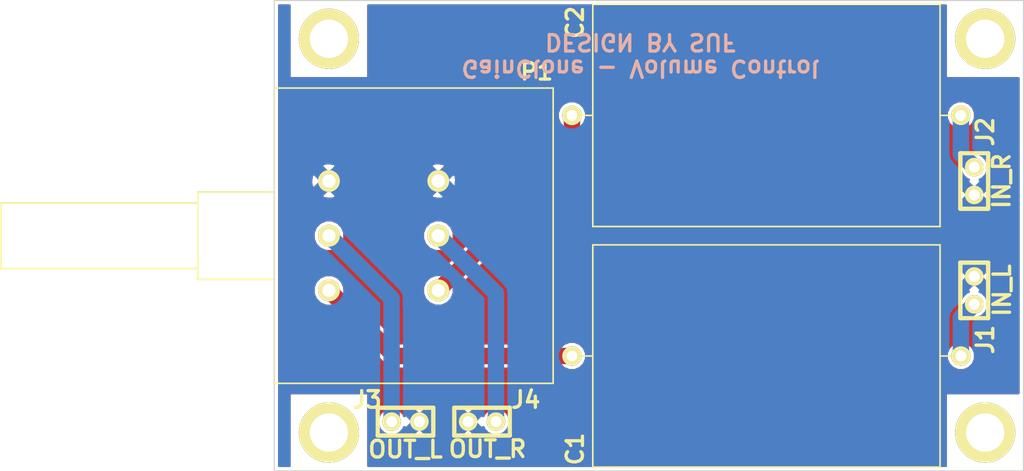
<source format=kicad_pcb>
(kicad_pcb (version 3) (host pcbnew "(2013-07-07 BZR 4022)-stable")

  (general
    (links 11)
    (no_connects 0)
    (area 131.170999 223.241 232.0664 272.0184)
    (thickness 1.6)
    (drawings 5)
    (tracks 24)
    (zones 0)
    (modules 11)
    (nets 8)
  )

  (page A3)
  (layers
    (15 F.Cu signal)
    (0 B.Cu signal)
    (16 B.Adhes user)
    (17 F.Adhes user)
    (18 B.Paste user)
    (19 F.Paste user)
    (20 B.SilkS user)
    (21 F.SilkS user)
    (22 B.Mask user)
    (23 F.Mask user)
    (24 Dwgs.User user)
    (25 Cmts.User user)
    (26 Eco1.User user)
    (27 Eco2.User user)
    (28 Edge.Cuts user)
  )

  (setup
    (last_trace_width 0.254)
    (user_trace_width 1)
    (user_trace_width 1.5)
    (user_trace_width 2)
    (trace_clearance 0.254)
    (zone_clearance 0.3)
    (zone_45_only no)
    (trace_min 0.254)
    (segment_width 0.2)
    (edge_width 0.1)
    (via_size 0.889)
    (via_drill 0.635)
    (via_min_size 0.889)
    (via_min_drill 0.508)
    (uvia_size 0.508)
    (uvia_drill 0.127)
    (uvias_allowed no)
    (uvia_min_size 0.508)
    (uvia_min_drill 0.127)
    (pcb_text_width 0.3)
    (pcb_text_size 1.5 1.5)
    (mod_edge_width 0.15)
    (mod_text_size 1 1)
    (mod_text_width 0.15)
    (pad_size 2 2)
    (pad_drill 1.2)
    (pad_to_mask_clearance 0)
    (aux_axis_origin 0 0)
    (visible_elements 7FFFFFFF)
    (pcbplotparams
      (layerselection 3178497)
      (usegerberextensions true)
      (excludeedgelayer true)
      (linewidth 0.150000)
      (plotframeref false)
      (viasonmask false)
      (mode 1)
      (useauxorigin false)
      (hpglpennumber 1)
      (hpglpenspeed 20)
      (hpglpendiameter 15)
      (hpglpenoverlay 2)
      (psnegative false)
      (psa4output false)
      (plotreference true)
      (plotvalue true)
      (plotothertext true)
      (plotinvisibletext false)
      (padsonsilk false)
      (subtractmaskfromsilk false)
      (outputformat 1)
      (mirror false)
      (drillshape 1)
      (scaleselection 1)
      (outputdirectory ""))
  )

  (net 0 "")
  (net 1 GND)
  (net 2 N-000002)
  (net 3 N-000003)
  (net 4 N-000004)
  (net 5 N-000005)
  (net 6 N-000006)
  (net 7 N-000007)

  (net_class Default "This is the default net class."
    (clearance 0.254)
    (trace_width 0.254)
    (via_dia 0.889)
    (via_drill 0.635)
    (uvia_dia 0.508)
    (uvia_drill 0.127)
    (add_net "")
    (add_net GND)
    (add_net N-000002)
    (add_net N-000003)
    (add_net N-000004)
    (add_net N-000005)
    (add_net N-000006)
    (add_net N-000007)
  )

  (module RK27112 (layer F.Cu) (tedit 526BD3CB) (tstamp 526BD0BF)
    (at 165 248.5 180)
    (path /526B4A43)
    (fp_text reference P1 (at -14 15 180) (layer F.SilkS)
      (effects (font (size 1.5 1.5) (thickness 0.3)))
    )
    (fp_text value "50K Log" (at 0 15 180) (layer F.SilkS) hide
      (effects (font (size 1 1) (thickness 0.15)))
    )
    (fp_line (start 17 -3) (end 35 -3) (layer F.SilkS) (width 0.15))
    (fp_line (start 35 -3) (end 35 3) (layer F.SilkS) (width 0.15))
    (fp_line (start 35 3) (end 17 3) (layer F.SilkS) (width 0.15))
    (fp_line (start 10 -4) (end 17 -4) (layer F.SilkS) (width 0.15))
    (fp_line (start 17 -4) (end 17 4) (layer F.SilkS) (width 0.15))
    (fp_line (start 17 4) (end 10 4) (layer F.SilkS) (width 0.15))
    (fp_line (start 10 -13.5) (end -15.5 -13.5) (layer F.SilkS) (width 0.15))
    (fp_line (start -15.5 -13.5) (end -15.5 13.5) (layer F.SilkS) (width 0.15))
    (fp_line (start -15.5 13.5) (end 10 13.5) (layer F.SilkS) (width 0.15))
    (fp_line (start 10 13.5) (end 10 -13.5) (layer F.SilkS) (width 0.15))
    (pad 1 thru_hole circle (at 5 5 180) (size 2 2) (drill 1.2)
      (layers *.Cu *.Mask F.SilkS)
      (net 1 GND)
    )
    (pad 2 thru_hole circle (at 5 0 180) (size 2 2) (drill 1.2)
      (layers *.Cu *.Mask F.SilkS)
      (net 4 N-000004)
    )
    (pad 3 thru_hole circle (at 5 -5 180) (size 2 2) (drill 1.2)
      (layers *.Cu *.Mask F.SilkS)
      (net 3 N-000003)
    )
    (pad 4 thru_hole circle (at -5 5 180) (size 2 2) (drill 1.2)
      (layers *.Cu *.Mask F.SilkS)
      (net 1 GND)
    )
    (pad 5 thru_hole circle (at -5 0 180) (size 2 2) (drill 1.2)
      (layers *.Cu *.Mask F.SilkS)
      (net 7 N-000007)
    )
    (pad 6 thru_hole circle (at -5 -5 180) (size 2 2) (drill 1.2)
      (layers *.Cu *.Mask F.SilkS)
      (net 6 N-000006)
    )
  )

  (module HDR-2 (layer F.Cu) (tedit 526BD3BF) (tstamp 526BD0C9)
    (at 167 265.5)
    (path /526B4AA2)
    (fp_text reference J3 (at -3.5 -2) (layer F.SilkS)
      (effects (font (size 1.524 1.524) (thickness 0.3048)))
    )
    (fp_text value OUT_L (at 0 2.54) (layer F.SilkS)
      (effects (font (size 1.524 1.524) (thickness 0.3048)))
    )
    (fp_line (start -2.54 1.27) (end 2.54 1.27) (layer F.SilkS) (width 0.39878))
    (fp_line (start -2.54 -1.27) (end 2.54 -1.27) (layer F.SilkS) (width 0.39878))
    (fp_line (start 2.54 -1.27) (end 2.54 1.27) (layer F.SilkS) (width 0.39878))
    (fp_line (start -2.54 -1.27) (end -2.54 1.27) (layer F.SilkS) (width 0.381))
    (pad 1 thru_hole circle (at -1.27 0) (size 1.69926 1.69926) (drill 1.00076)
      (layers *.Cu *.Mask F.SilkS)
      (net 4 N-000004)
    )
    (pad 2 thru_hole circle (at 1.27 0) (size 1.69926 1.69926) (drill 1.00076)
      (layers *.Cu *.Mask F.SilkS)
      (net 1 GND)
    )
  )

  (module HDR-2 (layer F.Cu) (tedit 526BD3C3) (tstamp 526BD0D3)
    (at 174 265.5 180)
    (path /526B4AB1)
    (fp_text reference J4 (at -4 2 180) (layer F.SilkS)
      (effects (font (size 1.524 1.524) (thickness 0.3048)))
    )
    (fp_text value OUT_R (at -0.5 -2.5 180) (layer F.SilkS)
      (effects (font (size 1.524 1.524) (thickness 0.3048)))
    )
    (fp_line (start -2.54 1.27) (end 2.54 1.27) (layer F.SilkS) (width 0.39878))
    (fp_line (start -2.54 -1.27) (end 2.54 -1.27) (layer F.SilkS) (width 0.39878))
    (fp_line (start 2.54 -1.27) (end 2.54 1.27) (layer F.SilkS) (width 0.39878))
    (fp_line (start -2.54 -1.27) (end -2.54 1.27) (layer F.SilkS) (width 0.381))
    (pad 1 thru_hole circle (at -1.27 0 180) (size 1.69926 1.69926) (drill 1.00076)
      (layers *.Cu *.Mask F.SilkS)
      (net 7 N-000007)
    )
    (pad 2 thru_hole circle (at 1.27 0 180) (size 1.69926 1.69926) (drill 1.00076)
      (layers *.Cu *.Mask F.SilkS)
      (net 1 GND)
    )
  )

  (module HDR-2 (layer F.Cu) (tedit 526BD39F) (tstamp 526BD0DD)
    (at 219 253.5 90)
    (path /526B4AC0)
    (fp_text reference J1 (at -4.5 1 90) (layer F.SilkS)
      (effects (font (size 1.524 1.524) (thickness 0.3048)))
    )
    (fp_text value IN_L (at 0 2.54 90) (layer F.SilkS)
      (effects (font (size 1.524 1.524) (thickness 0.3048)))
    )
    (fp_line (start -2.54 1.27) (end 2.54 1.27) (layer F.SilkS) (width 0.39878))
    (fp_line (start -2.54 -1.27) (end 2.54 -1.27) (layer F.SilkS) (width 0.39878))
    (fp_line (start 2.54 -1.27) (end 2.54 1.27) (layer F.SilkS) (width 0.39878))
    (fp_line (start -2.54 -1.27) (end -2.54 1.27) (layer F.SilkS) (width 0.381))
    (pad 1 thru_hole circle (at -1.27 0 90) (size 1.69926 1.69926) (drill 1.00076)
      (layers *.Cu *.Mask F.SilkS)
      (net 2 N-000002)
    )
    (pad 2 thru_hole circle (at 1.27 0 90) (size 1.69926 1.69926) (drill 1.00076)
      (layers *.Cu *.Mask F.SilkS)
      (net 1 GND)
    )
  )

  (module HDR-2 (layer F.Cu) (tedit 526BD3AD) (tstamp 526BD0E7)
    (at 219 243.5 270)
    (path /526B4ACF)
    (fp_text reference J2 (at -4.5 -1 270) (layer F.SilkS)
      (effects (font (size 1.524 1.524) (thickness 0.3048)))
    )
    (fp_text value IN_R (at 0 -2.5 270) (layer F.SilkS)
      (effects (font (size 1.524 1.524) (thickness 0.3048)))
    )
    (fp_line (start -2.54 1.27) (end 2.54 1.27) (layer F.SilkS) (width 0.39878))
    (fp_line (start -2.54 -1.27) (end 2.54 -1.27) (layer F.SilkS) (width 0.39878))
    (fp_line (start 2.54 -1.27) (end 2.54 1.27) (layer F.SilkS) (width 0.39878))
    (fp_line (start -2.54 -1.27) (end -2.54 1.27) (layer F.SilkS) (width 0.381))
    (pad 1 thru_hole circle (at -1.27 0 270) (size 1.69926 1.69926) (drill 1.00076)
      (layers *.Cu *.Mask F.SilkS)
      (net 5 N-000005)
    )
    (pad 2 thru_hole circle (at 1.27 0 270) (size 1.69926 1.69926) (drill 1.00076)
      (layers *.Cu *.Mask F.SilkS)
      (net 1 GND)
    )
  )

  (module C14_12.5X8 (layer F.Cu) (tedit 526BD356) (tstamp 526BD0F3)
    (at 200 259.5 180)
    (path /526B4A66)
    (fp_text reference C1 (at 17.5 -8.5 270) (layer F.SilkS)
      (effects (font (size 1.5 1.5) (thickness 0.3)))
    )
    (fp_text value 4,7uF (at 0 11.43 180) (layer F.SilkS) hide
      (effects (font (size 1 1) (thickness 0.15)))
    )
    (fp_line (start -15.875 0) (end -17.78 0) (layer F.SilkS) (width 0.15))
    (fp_line (start 17.78 0) (end 15.875 0) (layer F.SilkS) (width 0.15))
    (fp_line (start -15.875 -10.16) (end -15.875 10.16) (layer F.SilkS) (width 0.15))
    (fp_line (start -15.875 10.16) (end 15.875 10.16) (layer F.SilkS) (width 0.15))
    (fp_line (start 15.875 10.16) (end 15.875 -10.16) (layer F.SilkS) (width 0.15))
    (fp_line (start 15.875 -10.16) (end -15.875 -10.16) (layer F.SilkS) (width 0.15))
    (pad 1 thru_hole circle (at -17.78 0 180) (size 1.778 1.778) (drill 1)
      (layers *.Cu *.Mask F.SilkS)
      (net 2 N-000002)
    )
    (pad 2 thru_hole circle (at 17.78 0 180) (size 1.778 1.778) (drill 1)
      (layers *.Cu *.Mask F.SilkS)
      (net 3 N-000003)
    )
  )

  (module C14_12.5X8 (layer F.Cu) (tedit 526BD3D6) (tstamp 526BD0FF)
    (at 200 237.5 180)
    (path /526B4A89)
    (fp_text reference C2 (at 17.5 8.5 270) (layer F.SilkS)
      (effects (font (size 1.5 1.5) (thickness 0.3)))
    )
    (fp_text value 4,7uF (at 0 11.43 180) (layer F.SilkS) hide
      (effects (font (size 1 1) (thickness 0.15)))
    )
    (fp_line (start -15.875 0) (end -17.78 0) (layer F.SilkS) (width 0.15))
    (fp_line (start 17.78 0) (end 15.875 0) (layer F.SilkS) (width 0.15))
    (fp_line (start -15.875 -10.16) (end -15.875 10.16) (layer F.SilkS) (width 0.15))
    (fp_line (start -15.875 10.16) (end 15.875 10.16) (layer F.SilkS) (width 0.15))
    (fp_line (start 15.875 10.16) (end 15.875 -10.16) (layer F.SilkS) (width 0.15))
    (fp_line (start 15.875 -10.16) (end -15.875 -10.16) (layer F.SilkS) (width 0.15))
    (pad 1 thru_hole circle (at -17.78 0 180) (size 1.778 1.778) (drill 1)
      (layers *.Cu *.Mask F.SilkS)
      (net 5 N-000005)
    )
    (pad 2 thru_hole circle (at 17.78 0 180) (size 1.778 1.778) (drill 1)
      (layers *.Cu *.Mask F.SilkS)
      (net 6 N-000006)
    )
  )

  (module MNT_HOLE_3.5 (layer F.Cu) (tedit 4AAB215B) (tstamp 526C33BB)
    (at 160 266.5 180)
    (fp_text reference MNT_HOLE_3.5 (at 0 -6.35 180) (layer F.SilkS) hide
      (effects (font (size 1.524 1.524) (thickness 0.3048)))
    )
    (fp_text value "" (at 0 0 180) (layer F.SilkS) hide
      (effects (font (size 1.524 1.524) (thickness 0.3048)))
    )
    (pad "" thru_hole circle (at 0 0 180) (size 5.4991 5.4991) (drill 3.50012)
      (layers *.Cu *.Mask F.SilkS)
    )
  )

  (module MNT_HOLE_3.5 (layer F.Cu) (tedit 4AAB215B) (tstamp 526C33C4)
    (at 160 230.5 180)
    (fp_text reference MNT_HOLE_3.5 (at 0 -6.35 180) (layer F.SilkS) hide
      (effects (font (size 1.524 1.524) (thickness 0.3048)))
    )
    (fp_text value "" (at 0 0 180) (layer F.SilkS) hide
      (effects (font (size 1.524 1.524) (thickness 0.3048)))
    )
    (pad "" thru_hole circle (at 0 0 180) (size 5.4991 5.4991) (drill 3.50012)
      (layers *.Cu *.Mask F.SilkS)
    )
  )

  (module MNT_HOLE_3.5 (layer F.Cu) (tedit 4AAB215B) (tstamp 526C33CD)
    (at 220 230.5 180)
    (fp_text reference MNT_HOLE_3.5 (at 0 -6.35 180) (layer F.SilkS) hide
      (effects (font (size 1.524 1.524) (thickness 0.3048)))
    )
    (fp_text value "" (at 0 0 180) (layer F.SilkS) hide
      (effects (font (size 1.524 1.524) (thickness 0.3048)))
    )
    (pad "" thru_hole circle (at 0 0 180) (size 5.4991 5.4991) (drill 3.50012)
      (layers *.Cu *.Mask F.SilkS)
    )
  )

  (module MNT_HOLE_3.5 (layer F.Cu) (tedit 4AAB215B) (tstamp 526C33D6)
    (at 220 266.5 180)
    (fp_text reference MNT_HOLE_3.5 (at 0 -6.35 180) (layer F.SilkS) hide
      (effects (font (size 1.524 1.524) (thickness 0.3048)))
    )
    (fp_text value "" (at 0 0 180) (layer F.SilkS) hide
      (effects (font (size 1.524 1.524) (thickness 0.3048)))
    )
    (pad "" thru_hole circle (at 0 0 180) (size 5.4991 5.4991) (drill 3.50012)
      (layers *.Cu *.Mask F.SilkS)
    )
  )

  (gr_text "GainClone - Volume Control\nDESIGN BY SUF" (at 188.5 232 180) (layer B.SilkS)
    (effects (font (size 1.5 1.5) (thickness 0.3)) (justify mirror))
  )
  (gr_line (start 223.5 270) (end 223.5 227) (angle 90) (layer Edge.Cuts) (width 0.1))
  (gr_line (start 155 270) (end 155 227) (angle 90) (layer Edge.Cuts) (width 0.1))
  (gr_line (start 223.5 270) (end 155 270) (angle 90) (layer Edge.Cuts) (width 0.1))
  (gr_line (start 155 227) (end 223.5 227) (angle 90) (layer Edge.Cuts) (width 0.1))

  (segment (start 170 243.5) (end 175 248.5) (width 1.5) (layer B.Cu) (net 1))
  (segment (start 175 248.5) (end 219 248.5) (width 1.5) (layer B.Cu) (net 1) (tstamp 526C3511))
  (segment (start 219 252.23) (end 219 248.5) (width 1.5) (layer B.Cu) (net 1))
  (segment (start 219 248.5) (end 219 244.77) (width 1.5) (layer B.Cu) (net 1) (tstamp 526C3514))
  (segment (start 170.5 265.5) (end 170.5 258) (width 1.5) (layer B.Cu) (net 1))
  (segment (start 167.5 255) (end 167.5 243.5) (width 1.5) (layer B.Cu) (net 1) (tstamp 526C34CE))
  (segment (start 170.5 258) (end 167.5 255) (width 1.5) (layer B.Cu) (net 1) (tstamp 526C34CD))
  (segment (start 172.73 265.5) (end 170.5 265.5) (width 1.5) (layer B.Cu) (net 1))
  (segment (start 170.5 265.5) (end 168.27 265.5) (width 1.5) (layer B.Cu) (net 1) (tstamp 526C34CB))
  (segment (start 170 243.5) (end 167.5 243.5) (width 1.5) (layer B.Cu) (net 1) (tstamp 526C34A6))
  (segment (start 167.5 243.5) (end 165 243.5) (width 1.5) (layer B.Cu) (net 1) (tstamp 526C34D1))
  (segment (start 165 243.5) (end 160 243.5) (width 1.5) (layer B.Cu) (net 1) (tstamp 526C34AF))
  (segment (start 217.78 259.5) (end 217.78 255.99) (width 1.5) (layer B.Cu) (net 2))
  (segment (start 217.78 255.99) (end 219 254.77) (width 1.5) (layer B.Cu) (net 2) (tstamp 526C350A))
  (segment (start 182.22 259.5) (end 166 259.5) (width 1.5) (layer F.Cu) (net 3))
  (segment (start 166 259.5) (end 160 253.5) (width 1.5) (layer F.Cu) (net 3) (tstamp 526C3516))
  (segment (start 165.73 265.5) (end 165.73 254.23) (width 1.5) (layer B.Cu) (net 4))
  (segment (start 165.73 254.23) (end 160 248.5) (width 1.5) (layer B.Cu) (net 4) (tstamp 526C34D3))
  (segment (start 217.78 237.5) (end 217.78 241.01) (width 1.5) (layer B.Cu) (net 5))
  (segment (start 217.78 241.01) (end 219 242.23) (width 1.5) (layer B.Cu) (net 5) (tstamp 526C350E))
  (segment (start 170 253.5) (end 182.22 241.28) (width 1.5) (layer F.Cu) (net 6))
  (segment (start 182.22 241.28) (end 182.22 237.5) (width 1.5) (layer F.Cu) (net 6) (tstamp 526C34B5))
  (segment (start 175.27 265.5) (end 175.27 253.77) (width 1.5) (layer B.Cu) (net 7))
  (segment (start 175.27 253.77) (end 170 248.5) (width 1.5) (layer B.Cu) (net 7) (tstamp 526C34B8))

  (zone (net 1) (net_name GND) (layer B.Cu) (tstamp 526C361F) (hatch edge 0.508)
    (connect_pads (clearance 0.3))
    (min_thickness 0.2)
    (fill (arc_segments 16) (thermal_gap 0.508) (thermal_bridge_width 1.5))
    (polygon
      (pts
        (xy 155 227) (xy 156.5 227) (xy 156.5 234) (xy 163.5 234) (xy 163.5 227)
        (xy 216.5 227) (xy 216.5 234) (xy 223.5 234) (xy 223.5 263) (xy 216.5 263)
        (xy 216.5 270) (xy 163.5 270) (xy 163.5 263) (xy 156.5 263) (xy 156.5 270)
        (xy 155 270)
      )
    )
    (filled_polygon
      (pts
        (xy 155.45 227.45) (xy 156.4 227.45) (xy 156.4 234.1) (xy 158.365021 234.1) (xy 158.365021 243.621684)
        (xy 158.44291 244.013258) (xy 158.599758 244.104466) (xy 158.599758 248.777255) (xy 158.599758 253.777255) (xy 158.812446 254.292)
        (xy 159.205929 254.68617) (xy 159.720301 254.899756) (xy 160.277255 254.900242) (xy 160.792 254.687554) (xy 161.18617 254.294071)
        (xy 161.399756 253.779699) (xy 161.400242 253.222745) (xy 161.187554 252.708) (xy 160.794071 252.31383) (xy 160.279699 252.100244)
        (xy 159.722745 252.099758) (xy 159.208 252.312446) (xy 158.81383 252.705929) (xy 158.600244 253.220301) (xy 158.599758 253.777255)
        (xy 158.599758 248.777255) (xy 158.812446 249.292) (xy 159.205929 249.68617) (xy 159.720301 249.899756) (xy 159.773458 249.899803)
        (xy 164.58 254.706346) (xy 164.58 265.010934) (xy 164.480588 265.250343) (xy 164.480154 265.747476) (xy 164.669998 266.206933)
        (xy 165.021218 266.558766) (xy 165.480343 266.749412) (xy 165.977476 266.749846) (xy 166.436933 266.560002) (xy 166.788766 266.208782)
        (xy 166.876501 265.997495) (xy 167.0753 266.093921) (xy 167.669221 265.5) (xy 167.0753 264.906079) (xy 166.88 265.000809)
        (xy 166.88 254.23) (xy 166.792461 253.789914) (xy 166.543173 253.416827) (xy 161.400198 248.273853) (xy 161.400242 248.222745)
        (xy 161.187554 247.708) (xy 160.794071 247.31383) (xy 160.279699 247.100244) (xy 159.722745 247.099758) (xy 159.208 247.312446)
        (xy 158.81383 247.705929) (xy 158.600244 248.220301) (xy 158.599758 248.777255) (xy 158.599758 244.104466) (xy 158.655825 244.137068)
        (xy 159.292893 243.5) (xy 158.655825 242.862932) (xy 158.44291 242.986742) (xy 158.365021 243.621684) (xy 158.365021 234.1)
        (xy 159.362932 234.1) (xy 159.362932 242.155825) (xy 159.362932 244.844175) (xy 159.486742 245.05709) (xy 160.121684 245.134979)
        (xy 160.513258 245.05709) (xy 160.637068 244.844175) (xy 160 244.207107) (xy 159.362932 244.844175) (xy 159.362932 242.155825)
        (xy 160 242.792893) (xy 160.637068 242.155825) (xy 160.513258 241.94291) (xy 159.878316 241.865021) (xy 159.486742 241.94291)
        (xy 159.362932 242.155825) (xy 159.362932 234.1) (xy 160.707107 234.1) (xy 160.707107 243.5) (xy 161.344175 244.137068)
        (xy 161.55709 244.013258) (xy 161.634979 243.378316) (xy 161.55709 242.986742) (xy 161.344175 242.862932) (xy 160.707107 243.5)
        (xy 160.707107 234.1) (xy 163.6 234.1) (xy 163.6 227.45) (xy 167.676079 227.45) (xy 167.676079 264.3053)
        (xy 167.676079 266.6947) (xy 167.776572 266.901883) (xy 168.350609 266.983997) (xy 168.763428 266.901883) (xy 168.863921 266.6947)
        (xy 168.27 266.100779) (xy 167.676079 266.6947) (xy 167.676079 264.3053) (xy 168.27 264.899221) (xy 168.863921 264.3053)
        (xy 168.763428 264.098117) (xy 168.189391 264.016003) (xy 167.776572 264.098117) (xy 167.676079 264.3053) (xy 167.676079 227.45)
        (xy 168.365021 227.45) (xy 168.365021 243.621684) (xy 168.44291 244.013258) (xy 168.599758 244.104466) (xy 168.599758 248.777255)
        (xy 168.599758 253.777255) (xy 168.812446 254.292) (xy 168.870779 254.350435) (xy 168.870779 265.5) (xy 169.4647 266.093921)
        (xy 169.671883 265.993428) (xy 169.753997 265.419391) (xy 169.671883 265.006572) (xy 169.4647 264.906079) (xy 168.870779 265.5)
        (xy 168.870779 254.350435) (xy 169.205929 254.68617) (xy 169.720301 254.899756) (xy 170.277255 254.900242) (xy 170.792 254.687554)
        (xy 171.18617 254.294071) (xy 171.246003 254.149978) (xy 171.246003 265.580609) (xy 171.328117 265.993428) (xy 171.5353 266.093921)
        (xy 172.129221 265.5) (xy 171.5353 264.906079) (xy 171.328117 265.006572) (xy 171.246003 265.580609) (xy 171.246003 254.149978)
        (xy 171.399756 253.779699) (xy 171.400242 253.222745) (xy 171.187554 252.708) (xy 170.794071 252.31383) (xy 170.279699 252.100244)
        (xy 169.722745 252.099758) (xy 169.208 252.312446) (xy 168.81383 252.705929) (xy 168.600244 253.220301) (xy 168.599758 253.777255)
        (xy 168.599758 248.777255) (xy 168.812446 249.292) (xy 169.205929 249.68617) (xy 169.720301 249.899756) (xy 169.773458 249.899803)
        (xy 172.136079 252.262425) (xy 172.136079 264.3053) (xy 172.136079 266.6947) (xy 172.236572 266.901883) (xy 172.810609 266.983997)
        (xy 173.223428 266.901883) (xy 173.323921 266.6947) (xy 172.73 266.100779) (xy 172.136079 266.6947) (xy 172.136079 264.3053)
        (xy 172.73 264.899221) (xy 173.323921 264.3053) (xy 173.223428 264.098117) (xy 172.649391 264.016003) (xy 172.236572 264.098117)
        (xy 172.136079 264.3053) (xy 172.136079 252.262425) (xy 174.12 254.246346) (xy 174.12 265.000809) (xy 173.9247 264.906079)
        (xy 173.330779 265.5) (xy 173.9247 266.093921) (xy 174.123467 265.997511) (xy 174.209998 266.206933) (xy 174.561218 266.558766)
        (xy 175.020343 266.749412) (xy 175.517476 266.749846) (xy 175.976933 266.560002) (xy 176.328766 266.208782) (xy 176.519412 265.749657)
        (xy 176.519846 265.252524) (xy 176.42 265.010879) (xy 176.42 253.77) (xy 176.332461 253.329914) (xy 176.083173 252.956827)
        (xy 171.400198 248.273853) (xy 171.400242 248.222745) (xy 171.187554 247.708) (xy 170.794071 247.31383) (xy 170.279699 247.100244)
        (xy 169.722745 247.099758) (xy 169.208 247.312446) (xy 168.81383 247.705929) (xy 168.600244 248.220301) (xy 168.599758 248.777255)
        (xy 168.599758 244.104466) (xy 168.655825 244.137068) (xy 169.292893 243.5) (xy 168.655825 242.862932) (xy 168.44291 242.986742)
        (xy 168.365021 243.621684) (xy 168.365021 227.45) (xy 169.362932 227.45) (xy 169.362932 242.155825) (xy 169.362932 244.844175)
        (xy 169.486742 245.05709) (xy 170.121684 245.134979) (xy 170.513258 245.05709) (xy 170.637068 244.844175) (xy 170 244.207107)
        (xy 169.362932 244.844175) (xy 169.362932 242.155825) (xy 170 242.792893) (xy 170.637068 242.155825) (xy 170.513258 241.94291)
        (xy 169.878316 241.865021) (xy 169.486742 241.94291) (xy 169.362932 242.155825) (xy 169.362932 227.45) (xy 170.707107 227.45)
        (xy 170.707107 243.5) (xy 171.344175 244.137068) (xy 171.55709 244.013258) (xy 171.634979 243.378316) (xy 171.55709 242.986742)
        (xy 171.344175 242.862932) (xy 170.707107 243.5) (xy 170.707107 227.45) (xy 180.930777 227.45) (xy 180.930777 237.755273)
        (xy 180.930777 259.755273) (xy 181.126602 260.229206) (xy 181.488887 260.592124) (xy 181.962477 260.788776) (xy 182.475273 260.789223)
        (xy 182.949206 260.593398) (xy 183.312124 260.231113) (xy 183.508776 259.757523) (xy 183.509223 259.244727) (xy 183.313398 258.770794)
        (xy 182.951113 258.407876) (xy 182.477523 258.211224) (xy 181.964727 258.210777) (xy 181.490794 258.406602) (xy 181.127876 258.768887)
        (xy 180.931224 259.242477) (xy 180.930777 259.755273) (xy 180.930777 237.755273) (xy 181.126602 238.229206) (xy 181.488887 238.592124)
        (xy 181.962477 238.788776) (xy 182.475273 238.789223) (xy 182.949206 238.593398) (xy 183.312124 238.231113) (xy 183.508776 237.757523)
        (xy 183.509223 237.244727) (xy 183.313398 236.770794) (xy 182.951113 236.407876) (xy 182.477523 236.211224) (xy 181.964727 236.210777)
        (xy 181.490794 236.406602) (xy 181.127876 236.768887) (xy 180.931224 237.242477) (xy 180.930777 237.755273) (xy 180.930777 227.45)
        (xy 216.4 227.45) (xy 216.4 234.1) (xy 216.490777 234.1) (xy 216.490777 237.755273) (xy 216.490777 259.755273)
        (xy 216.686602 260.229206) (xy 217.048887 260.592124) (xy 217.522477 260.788776) (xy 218.035273 260.789223) (xy 218.509206 260.593398)
        (xy 218.872124 260.231113) (xy 219.068776 259.757523) (xy 219.069223 259.244727) (xy 218.93 258.907782) (xy 218.93 256.466346)
        (xy 219.46735 255.928996) (xy 219.706933 255.830002) (xy 220.058766 255.478782) (xy 220.249412 255.019657) (xy 220.249846 254.522524)
        (xy 220.060002 254.063067) (xy 219.708782 253.711234) (xy 219.497495 253.6235) (xy 219.593921 253.4247) (xy 219 252.830779)
        (xy 218.406079 253.4247) (xy 218.50249 253.623467) (xy 218.293067 253.709998) (xy 217.941234 254.061218) (xy 217.840967 254.302688)
        (xy 216.966831 255.176825) (xy 216.966828 255.176827) (xy 216.966827 255.176827) (xy 216.717539 255.549914) (xy 216.63 255.99)
        (xy 216.63 258.908268) (xy 216.491224 259.242477) (xy 216.490777 259.755273) (xy 216.490777 237.755273) (xy 216.63 238.092219)
        (xy 216.63 241.01) (xy 216.717539 241.450086) (xy 216.966827 241.823173) (xy 216.966831 241.823176) (xy 217.516003 242.372348)
        (xy 217.516003 244.850609) (xy 217.516003 252.310609) (xy 217.598117 252.723428) (xy 217.8053 252.823921) (xy 218.399221 252.23)
        (xy 217.8053 251.636079) (xy 217.598117 251.736572) (xy 217.516003 252.310609) (xy 217.516003 244.850609) (xy 217.598117 245.263428)
        (xy 217.8053 245.363921) (xy 218.399221 244.77) (xy 217.8053 244.176079) (xy 217.598117 244.276572) (xy 217.516003 244.850609)
        (xy 217.516003 242.372348) (xy 217.841005 242.69735) (xy 217.939998 242.936933) (xy 218.291218 243.288766) (xy 218.502506 243.376501)
        (xy 218.406079 243.5753) (xy 218.406079 245.9647) (xy 218.406079 251.0353) (xy 219 251.629221) (xy 219.593921 251.0353)
        (xy 219.493428 250.828117) (xy 218.919391 250.746003) (xy 218.506572 250.828117) (xy 218.406079 251.0353) (xy 218.406079 245.9647)
        (xy 218.506572 246.171883) (xy 219.080609 246.253997) (xy 219.493428 246.171883) (xy 219.593921 245.9647) (xy 219 245.370779)
        (xy 218.406079 245.9647) (xy 218.406079 243.5753) (xy 219 244.169221) (xy 219.593921 243.5753) (xy 219.497511 243.376534)
        (xy 219.600779 243.333865) (xy 219.600779 244.77) (xy 219.600779 252.23) (xy 220.1947 252.823921) (xy 220.401883 252.723428)
        (xy 220.483997 252.149391) (xy 220.401883 251.736572) (xy 220.1947 251.636079) (xy 219.600779 252.23) (xy 219.600779 244.77)
        (xy 220.1947 245.363921) (xy 220.401883 245.263428) (xy 220.483997 244.689391) (xy 220.401883 244.276572) (xy 220.1947 244.176079)
        (xy 219.600779 244.77) (xy 219.600779 243.333865) (xy 219.706933 243.290002) (xy 220.058766 242.938782) (xy 220.249412 242.479657)
        (xy 220.249846 241.982524) (xy 220.060002 241.523067) (xy 219.708782 241.171234) (xy 219.467313 241.070967) (xy 218.93 240.533655)
        (xy 218.93 238.091733) (xy 219.068776 237.757523) (xy 219.069223 237.244727) (xy 218.873398 236.770794) (xy 218.511113 236.407876)
        (xy 218.037523 236.211224) (xy 217.524727 236.210777) (xy 217.050794 236.406602) (xy 216.687876 236.768887) (xy 216.491224 237.242477)
        (xy 216.490777 237.755273) (xy 216.490777 234.1) (xy 223.05 234.1) (xy 223.05 262.9) (xy 216.4 262.9)
        (xy 216.4 269.55) (xy 163.6 269.55) (xy 163.6 262.9) (xy 156.4 262.9) (xy 156.4 269.55)
        (xy 155.45 269.55) (xy 155.45 227.45)
      )
    )
  )
  (zone (net 1) (net_name GND) (layer F.Cu) (tstamp 526C361F) (hatch edge 0.508)
    (connect_pads (clearance 0.3))
    (min_thickness 0.2)
    (fill (arc_segments 16) (thermal_gap 0.508) (thermal_bridge_width 1.5))
    (polygon
      (pts
        (xy 155 227) (xy 156.5 227) (xy 156.5 234) (xy 163.5 234) (xy 163.5 227)
        (xy 216.5 227) (xy 216.5 234) (xy 223.5 234) (xy 223.5 263) (xy 216.5 263)
        (xy 216.5 270) (xy 163.5 270) (xy 163.5 263) (xy 156.5 263) (xy 156.5 270)
        (xy 155 270)
      )
    )
    (filled_polygon
      (pts
        (xy 155.45 227.45) (xy 156.4 227.45) (xy 156.4 234.1) (xy 158.365021 234.1) (xy 158.365021 243.621684)
        (xy 158.44291 244.013258) (xy 158.599758 244.104466) (xy 158.599758 248.777255) (xy 158.599758 253.777255) (xy 158.812446 254.292)
        (xy 159.205929 254.68617) (xy 159.720301 254.899756) (xy 159.773457 254.899803) (xy 164.480154 259.6065) (xy 164.480154 265.747476)
        (xy 164.669998 266.206933) (xy 165.021218 266.558766) (xy 165.480343 266.749412) (xy 165.977476 266.749846) (xy 166.436933 266.560002)
        (xy 166.788766 266.208782) (xy 166.876501 265.997495) (xy 167.0753 266.093921) (xy 167.669221 265.5) (xy 167.0753 264.906079)
        (xy 166.876534 265.00249) (xy 166.790002 264.793067) (xy 166.438782 264.441234) (xy 165.979657 264.250588) (xy 165.482524 264.250154)
        (xy 165.023067 264.439998) (xy 164.671234 264.791218) (xy 164.480588 265.250343) (xy 164.480154 265.747476) (xy 164.480154 259.6065)
        (xy 165.186827 260.313173) (xy 165.559914 260.562461) (xy 166 260.65) (xy 167.676079 260.65) (xy 167.676079 264.3053)
        (xy 167.676079 266.6947) (xy 167.776572 266.901883) (xy 168.350609 266.983997) (xy 168.763428 266.901883) (xy 168.863921 266.6947)
        (xy 168.27 266.100779) (xy 167.676079 266.6947) (xy 167.676079 264.3053) (xy 168.27 264.899221) (xy 168.863921 264.3053)
        (xy 168.763428 264.098117) (xy 168.189391 264.016003) (xy 167.776572 264.098117) (xy 167.676079 264.3053) (xy 167.676079 260.65)
        (xy 168.870779 260.65) (xy 168.870779 265.5) (xy 169.4647 266.093921) (xy 169.671883 265.993428) (xy 169.753997 265.419391)
        (xy 169.671883 265.006572) (xy 169.4647 264.906079) (xy 168.870779 265.5) (xy 168.870779 260.65) (xy 171.246003 260.65)
        (xy 171.246003 265.580609) (xy 171.328117 265.993428) (xy 171.5353 266.093921) (xy 172.129221 265.5) (xy 171.5353 264.906079)
        (xy 171.328117 265.006572) (xy 171.246003 265.580609) (xy 171.246003 260.65) (xy 172.136079 260.65) (xy 172.136079 264.3053)
        (xy 172.136079 266.6947) (xy 172.236572 266.901883) (xy 172.810609 266.983997) (xy 173.223428 266.901883) (xy 173.323921 266.6947)
        (xy 172.73 266.100779) (xy 172.136079 266.6947) (xy 172.136079 264.3053) (xy 172.73 264.899221) (xy 173.323921 264.3053)
        (xy 173.223428 264.098117) (xy 172.649391 264.016003) (xy 172.236572 264.098117) (xy 172.136079 264.3053) (xy 172.136079 260.65)
        (xy 173.330779 260.65) (xy 173.330779 265.5) (xy 173.9247 266.093921) (xy 174.123467 265.997511) (xy 174.209998 266.206933)
        (xy 174.561218 266.558766) (xy 175.020343 266.749412) (xy 175.517476 266.749846) (xy 175.976933 266.560002) (xy 176.328766 266.208782)
        (xy 176.519412 265.749657) (xy 176.519846 265.252524) (xy 176.330002 264.793067) (xy 175.978782 264.441234) (xy 175.519657 264.250588)
        (xy 175.022524 264.250154) (xy 174.563067 264.439998) (xy 174.211234 264.791218) (xy 174.1235 265.002506) (xy 173.9247 264.906079)
        (xy 173.330779 265.5) (xy 173.330779 260.65) (xy 181.628268 260.65) (xy 181.962477 260.788776) (xy 182.475273 260.789223)
        (xy 182.949206 260.593398) (xy 183.312124 260.231113) (xy 183.508776 259.757523) (xy 183.509223 259.244727) (xy 183.313398 258.770794)
        (xy 182.951113 258.407876) (xy 182.477523 258.211224) (xy 181.964727 258.210777) (xy 181.627782 258.35) (xy 166.476346 258.35)
        (xy 161.400198 253.273852) (xy 161.400242 253.222745) (xy 161.187554 252.708) (xy 160.794071 252.31383) (xy 160.279699 252.100244)
        (xy 159.722745 252.099758) (xy 159.208 252.312446) (xy 158.81383 252.705929) (xy 158.600244 253.220301) (xy 158.599758 253.777255)
        (xy 158.599758 248.777255) (xy 158.812446 249.292) (xy 159.205929 249.68617) (xy 159.720301 249.899756) (xy 160.277255 249.900242)
        (xy 160.792 249.687554) (xy 161.18617 249.294071) (xy 161.399756 248.779699) (xy 161.400242 248.222745) (xy 161.187554 247.708)
        (xy 160.794071 247.31383) (xy 160.279699 247.100244) (xy 159.722745 247.099758) (xy 159.208 247.312446) (xy 158.81383 247.705929)
        (xy 158.600244 248.220301) (xy 158.599758 248.777255) (xy 158.599758 244.104466) (xy 158.655825 244.137068) (xy 159.292893 243.5)
        (xy 158.655825 242.862932) (xy 158.44291 242.986742) (xy 158.365021 243.621684) (xy 158.365021 234.1) (xy 159.362932 234.1)
        (xy 159.362932 242.155825) (xy 159.362932 244.844175) (xy 159.486742 245.05709) (xy 160.121684 245.134979) (xy 160.513258 245.05709)
        (xy 160.637068 244.844175) (xy 160 244.207107) (xy 159.362932 244.844175) (xy 159.362932 242.155825) (xy 160 242.792893)
        (xy 160.637068 242.155825) (xy 160.513258 241.94291) (xy 159.878316 241.865021) (xy 159.486742 241.94291) (xy 159.362932 242.155825)
        (xy 159.362932 234.1) (xy 160.707107 234.1) (xy 160.707107 243.5) (xy 161.344175 244.137068) (xy 161.55709 244.013258)
        (xy 161.634979 243.378316) (xy 161.55709 242.986742) (xy 161.344175 242.862932) (xy 160.707107 243.5) (xy 160.707107 234.1)
        (xy 163.6 234.1) (xy 163.6 227.45) (xy 168.365021 227.45) (xy 168.365021 243.621684) (xy 168.44291 244.013258)
        (xy 168.599758 244.104466) (xy 168.599758 248.777255) (xy 168.599758 253.777255) (xy 168.812446 254.292) (xy 169.205929 254.68617)
        (xy 169.720301 254.899756) (xy 170.277255 254.900242) (xy 170.792 254.687554) (xy 171.18617 254.294071) (xy 171.399756 253.779699)
        (xy 171.399803 253.726543) (xy 183.033173 242.093173) (xy 183.282461 241.720086) (xy 183.37 241.28) (xy 183.37 238.091733)
        (xy 183.508776 237.757523) (xy 183.509223 237.244727) (xy 183.313398 236.770794) (xy 182.951113 236.407876) (xy 182.477523 236.211224)
        (xy 181.964727 236.210777) (xy 181.490794 236.406602) (xy 181.127876 236.768887) (xy 180.931224 237.242477) (xy 180.930777 237.755273)
        (xy 181.07 238.092219) (xy 181.07 240.803655) (xy 169.773853 252.099803) (xy 169.722745 252.099758) (xy 169.208 252.312446)
        (xy 168.81383 252.705929) (xy 168.600244 253.220301) (xy 168.599758 253.777255) (xy 168.599758 248.777255) (xy 168.812446 249.292)
        (xy 169.205929 249.68617) (xy 169.720301 249.899756) (xy 170.277255 249.900242) (xy 170.792 249.687554) (xy 171.18617 249.294071)
        (xy 171.399756 248.779699) (xy 171.400242 248.222745) (xy 171.187554 247.708) (xy 170.794071 247.31383) (xy 170.279699 247.100244)
        (xy 169.722745 247.099758) (xy 169.208 247.312446) (xy 168.81383 247.705929) (xy 168.600244 248.220301) (xy 168.599758 248.777255)
        (xy 168.599758 244.104466) (xy 168.655825 244.137068) (xy 169.292893 243.5) (xy 168.655825 242.862932) (xy 168.44291 242.986742)
        (xy 168.365021 243.621684) (xy 168.365021 227.45) (xy 169.362932 227.45) (xy 169.362932 242.155825) (xy 169.362932 244.844175)
        (xy 169.486742 245.05709) (xy 170.121684 245.134979) (xy 170.513258 245.05709) (xy 170.637068 244.844175) (xy 170 244.207107)
        (xy 169.362932 244.844175) (xy 169.362932 242.155825) (xy 170 242.792893) (xy 170.637068 242.155825) (xy 170.513258 241.94291)
        (xy 169.878316 241.865021) (xy 169.486742 241.94291) (xy 169.362932 242.155825) (xy 169.362932 227.45) (xy 170.707107 227.45)
        (xy 170.707107 243.5) (xy 171.344175 244.137068) (xy 171.55709 244.013258) (xy 171.634979 243.378316) (xy 171.55709 242.986742)
        (xy 171.344175 242.862932) (xy 170.707107 243.5) (xy 170.707107 227.45) (xy 216.4 227.45) (xy 216.4 234.1)
        (xy 216.490777 234.1) (xy 216.490777 237.755273) (xy 216.490777 259.755273) (xy 216.686602 260.229206) (xy 217.048887 260.592124)
        (xy 217.522477 260.788776) (xy 218.035273 260.789223) (xy 218.509206 260.593398) (xy 218.872124 260.231113) (xy 219.068776 259.757523)
        (xy 219.069223 259.244727) (xy 218.873398 258.770794) (xy 218.511113 258.407876) (xy 218.037523 258.211224) (xy 217.524727 258.210777)
        (xy 217.050794 258.406602) (xy 216.687876 258.768887) (xy 216.491224 259.242477) (xy 216.490777 259.755273) (xy 216.490777 237.755273)
        (xy 216.686602 238.229206) (xy 217.048887 238.592124) (xy 217.516003 238.786088) (xy 217.516003 244.850609) (xy 217.516003 252.310609)
        (xy 217.598117 252.723428) (xy 217.750154 252.797173) (xy 217.750154 255.017476) (xy 217.939998 255.476933) (xy 218.291218 255.828766)
        (xy 218.750343 256.019412) (xy 219.247476 256.019846) (xy 219.706933 255.830002) (xy 220.058766 255.478782) (xy 220.249412 255.019657)
        (xy 220.249846 254.522524) (xy 220.060002 254.063067) (xy 219.708782 253.711234) (xy 219.497495 253.6235) (xy 219.593921 253.4247)
        (xy 219 252.830779) (xy 218.406079 253.4247) (xy 218.50249 253.623467) (xy 218.293067 253.709998) (xy 217.941234 254.061218)
        (xy 217.750588 254.520343) (xy 217.750154 255.017476) (xy 217.750154 252.797173) (xy 217.8053 252.823921) (xy 218.399221 252.23)
        (xy 217.8053 251.636079) (xy 217.598117 251.736572) (xy 217.516003 252.310609) (xy 217.516003 244.850609) (xy 217.598117 245.263428)
        (xy 217.8053 245.363921) (xy 218.399221 244.77) (xy 217.8053 244.176079) (xy 217.598117 244.276572) (xy 217.516003 244.850609)
        (xy 217.516003 238.786088) (xy 217.522477 238.788776) (xy 217.750154 238.788975) (xy 217.750154 242.477476) (xy 217.939998 242.936933)
        (xy 218.291218 243.288766) (xy 218.502506 243.376501) (xy 218.406079 243.5753) (xy 218.406079 245.9647) (xy 218.406079 251.0353)
        (xy 219 251.629221) (xy 219.593921 251.0353) (xy 219.493428 250.828117) (xy 218.919391 250.746003) (xy 218.506572 250.828117)
        (xy 218.406079 251.0353) (xy 218.406079 245.9647) (xy 218.506572 246.171883) (xy 219.080609 246.253997) (xy 219.493428 246.171883)
        (xy 219.593921 245.9647) (xy 219 245.370779) (xy 218.406079 245.9647) (xy 218.406079 243.5753) (xy 219 244.169221)
        (xy 219.593921 243.5753) (xy 219.497511 243.376534) (xy 219.600779 243.333865) (xy 219.600779 244.77) (xy 219.600779 252.23)
        (xy 220.1947 252.823921) (xy 220.401883 252.723428) (xy 220.483997 252.149391) (xy 220.401883 251.736572) (xy 220.1947 251.636079)
        (xy 219.600779 252.23) (xy 219.600779 244.77) (xy 220.1947 245.363921) (xy 220.401883 245.263428) (xy 220.483997 244.689391)
        (xy 220.401883 244.276572) (xy 220.1947 244.176079) (xy 219.600779 244.77) (xy 219.600779 243.333865) (xy 219.706933 243.290002)
        (xy 220.058766 242.938782) (xy 220.249412 242.479657) (xy 220.249846 241.982524) (xy 220.060002 241.523067) (xy 219.708782 241.171234)
        (xy 219.249657 240.980588) (xy 218.752524 240.980154) (xy 218.293067 241.169998) (xy 217.941234 241.521218) (xy 217.750588 241.980343)
        (xy 217.750154 242.477476) (xy 217.750154 238.788975) (xy 218.035273 238.789223) (xy 218.509206 238.593398) (xy 218.872124 238.231113)
        (xy 219.068776 237.757523) (xy 219.069223 237.244727) (xy 218.873398 236.770794) (xy 218.511113 236.407876) (xy 218.037523 236.211224)
        (xy 217.524727 236.210777) (xy 217.050794 236.406602) (xy 216.687876 236.768887) (xy 216.491224 237.242477) (xy 216.490777 237.755273)
        (xy 216.490777 234.1) (xy 223.05 234.1) (xy 223.05 262.9) (xy 216.4 262.9) (xy 216.4 269.55)
        (xy 163.6 269.55) (xy 163.6 262.9) (xy 156.4 262.9) (xy 156.4 269.55) (xy 155.45 269.55)
        (xy 155.45 227.45)
      )
    )
  )
)

</source>
